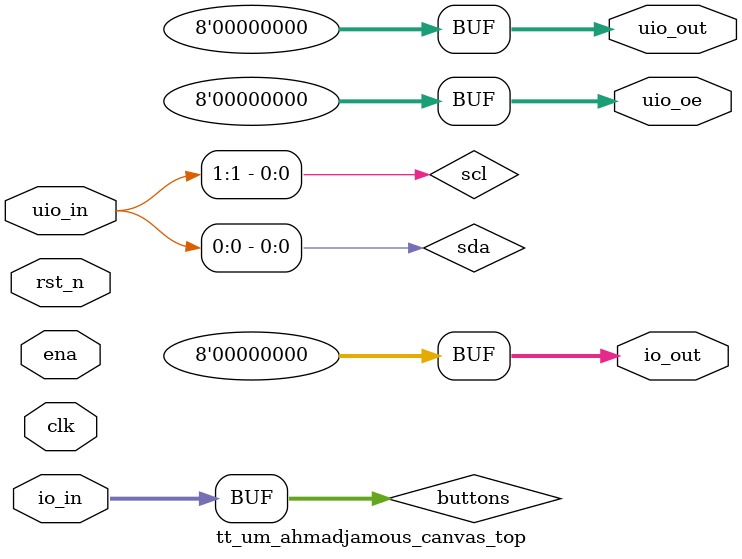
<source format=v>
`default_nettype none

module tt_um_ahmadjamous_canvas_top (
    input  wire [7:0] io_in,     // from Pico (pushbuttons, RGB toggles)
    output wire [7:0] io_out,    // (unused or status/debug)
    input  wire [7:0] uio_in,    // bidirectional bus in (I2C)
    output wire [7:0] uio_out,
    output wire [7:0] uio_oe,    // output enable (active-high)
    input  wire       ena,       // always 1 when your design is active
    input  wire       clk,       // shared clock
    input  wire       rst_n      // active-low reset
);

    // I2C signals
    wire sda = uio_in[0];
    wire scl = uio_in[1];

    // Input signals (buttons and toggles)
    wire [7:0] buttons = io_in;

    // Unused outputs for now
    assign io_out = 8'b0;
    assign uio_out = 8'b0;
    assign uio_oe  = 8'b0;

    // Instantiate your main logic
    project u_project (
        .buttons(buttons),
        .sda(sda),
        .scl(scl),
        .clk(clk),
        .rst_n(rst_n)
    );

endmodule

</source>
